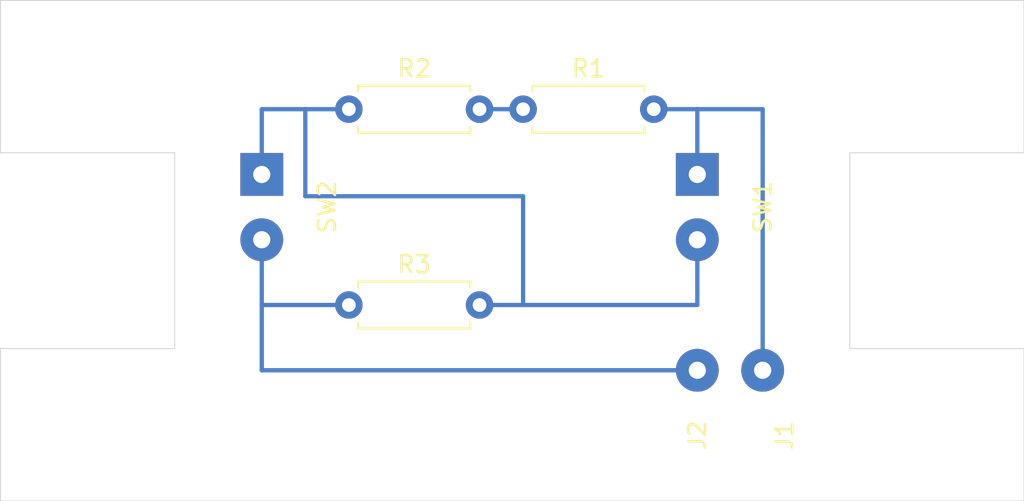
<source format=kicad_pcb>
(kicad_pcb (version 20171130) (host pcbnew 5.1.4+dfsg1-1~bpo10+1)

  (general
    (thickness 1.6)
    (drawings 13)
    (tracks 18)
    (zones 0)
    (modules 7)
    (nets 5)
  )

  (page A4)
  (layers
    (0 F.Cu signal)
    (31 B.Cu signal)
    (32 B.Adhes user)
    (33 F.Adhes user)
    (34 B.Paste user)
    (35 F.Paste user)
    (36 B.SilkS user)
    (37 F.SilkS user)
    (38 B.Mask user)
    (39 F.Mask user)
    (40 Dwgs.User user)
    (41 Cmts.User user)
    (42 Eco1.User user)
    (43 Eco2.User user)
    (44 Edge.Cuts user)
    (45 Margin user)
    (46 B.CrtYd user)
    (47 F.CrtYd user)
    (48 B.Fab user)
    (49 F.Fab user)
  )

  (setup
    (last_trace_width 0.25)
    (trace_clearance 0.2)
    (zone_clearance 0.508)
    (zone_45_only no)
    (trace_min 0.2)
    (via_size 0.8)
    (via_drill 0.4)
    (via_min_size 0.4)
    (via_min_drill 0.3)
    (uvia_size 0.3)
    (uvia_drill 0.1)
    (uvias_allowed no)
    (uvia_min_size 0.2)
    (uvia_min_drill 0.1)
    (edge_width 0.05)
    (segment_width 0.2)
    (pcb_text_width 0.3)
    (pcb_text_size 1.5 1.5)
    (mod_edge_width 0.12)
    (mod_text_size 1 1)
    (mod_text_width 0.15)
    (pad_size 1.524 1.524)
    (pad_drill 0.762)
    (pad_to_mask_clearance 0.051)
    (solder_mask_min_width 0.25)
    (aux_axis_origin 0 0)
    (visible_elements FFFFFF7F)
    (pcbplotparams
      (layerselection 0x010fc_ffffffff)
      (usegerberextensions false)
      (usegerberattributes false)
      (usegerberadvancedattributes false)
      (creategerberjobfile false)
      (excludeedgelayer true)
      (linewidth 0.100000)
      (plotframeref false)
      (viasonmask false)
      (mode 1)
      (useauxorigin false)
      (hpglpennumber 1)
      (hpglpenspeed 20)
      (hpglpendiameter 15.000000)
      (psnegative false)
      (psa4output false)
      (plotreference true)
      (plotvalue true)
      (plotinvisibletext false)
      (padsonsilk false)
      (subtractmaskfromsilk false)
      (outputformat 1)
      (mirror false)
      (drillshape 1)
      (scaleselection 1)
      (outputdirectory ""))
  )

  (net 0 "")
  (net 1 "Net-(R1-Pad1)")
  (net 2 +5V)
  (net 3 "Net-(R2-Pad1)")
  (net 4 GND)

  (net_class Default "This is the default net class."
    (clearance 0.2)
    (trace_width 0.25)
    (via_dia 0.8)
    (via_drill 0.4)
    (uvia_dia 0.3)
    (uvia_drill 0.1)
    (add_net +5V)
    (add_net GND)
    (add_net "Net-(R1-Pad1)")
    (add_net "Net-(R2-Pad1)")
  )

  (module Resistor_THT:R_Axial_DIN0207_L6.3mm_D2.5mm_P7.62mm_Horizontal (layer F.Cu) (tedit 5AE5139B) (tstamp 5DEE905D)
    (at 123.19 60.96)
    (descr "Resistor, Axial_DIN0207 series, Axial, Horizontal, pin pitch=7.62mm, 0.25W = 1/4W, length*diameter=6.3*2.5mm^2, http://cdn-reichelt.de/documents/datenblatt/B400/1_4W%23YAG.pdf")
    (tags "Resistor Axial_DIN0207 series Axial Horizontal pin pitch 7.62mm 0.25W = 1/4W length 6.3mm diameter 2.5mm")
    (path /5DED73BC)
    (fp_text reference R1 (at 3.81 -2.37) (layer F.SilkS)
      (effects (font (size 1 1) (thickness 0.15)))
    )
    (fp_text value 10K (at 3.81 2.37) (layer F.Fab)
      (effects (font (size 1 1) (thickness 0.15)))
    )
    (fp_line (start 0.66 -1.25) (end 0.66 1.25) (layer F.Fab) (width 0.1))
    (fp_line (start 0.66 1.25) (end 6.96 1.25) (layer F.Fab) (width 0.1))
    (fp_line (start 6.96 1.25) (end 6.96 -1.25) (layer F.Fab) (width 0.1))
    (fp_line (start 6.96 -1.25) (end 0.66 -1.25) (layer F.Fab) (width 0.1))
    (fp_line (start 0 0) (end 0.66 0) (layer F.Fab) (width 0.1))
    (fp_line (start 7.62 0) (end 6.96 0) (layer F.Fab) (width 0.1))
    (fp_line (start 0.54 -1.04) (end 0.54 -1.37) (layer F.SilkS) (width 0.12))
    (fp_line (start 0.54 -1.37) (end 7.08 -1.37) (layer F.SilkS) (width 0.12))
    (fp_line (start 7.08 -1.37) (end 7.08 -1.04) (layer F.SilkS) (width 0.12))
    (fp_line (start 0.54 1.04) (end 0.54 1.37) (layer F.SilkS) (width 0.12))
    (fp_line (start 0.54 1.37) (end 7.08 1.37) (layer F.SilkS) (width 0.12))
    (fp_line (start 7.08 1.37) (end 7.08 1.04) (layer F.SilkS) (width 0.12))
    (fp_line (start -1.05 -1.5) (end -1.05 1.5) (layer F.CrtYd) (width 0.05))
    (fp_line (start -1.05 1.5) (end 8.67 1.5) (layer F.CrtYd) (width 0.05))
    (fp_line (start 8.67 1.5) (end 8.67 -1.5) (layer F.CrtYd) (width 0.05))
    (fp_line (start 8.67 -1.5) (end -1.05 -1.5) (layer F.CrtYd) (width 0.05))
    (fp_text user %R (at 3.81 0) (layer F.Fab)
      (effects (font (size 1 1) (thickness 0.15)))
    )
    (pad 1 thru_hole circle (at 0 0) (size 1.6 1.6) (drill 0.8) (layers *.Cu *.Mask)
      (net 1 "Net-(R1-Pad1)"))
    (pad 2 thru_hole oval (at 7.62 0) (size 1.6 1.6) (drill 0.8) (layers *.Cu *.Mask)
      (net 2 +5V))
    (model ${KISYS3DMOD}/Resistor_THT.3dshapes/R_Axial_DIN0207_L6.3mm_D2.5mm_P7.62mm_Horizontal.wrl
      (at (xyz 0 0 0))
      (scale (xyz 1 1 1))
      (rotate (xyz 0 0 0))
    )
  )

  (module Resistor_THT:R_Axial_DIN0207_L6.3mm_D2.5mm_P7.62mm_Horizontal (layer F.Cu) (tedit 5AE5139B) (tstamp 5DEE9074)
    (at 113.03 60.96)
    (descr "Resistor, Axial_DIN0207 series, Axial, Horizontal, pin pitch=7.62mm, 0.25W = 1/4W, length*diameter=6.3*2.5mm^2, http://cdn-reichelt.de/documents/datenblatt/B400/1_4W%23YAG.pdf")
    (tags "Resistor Axial_DIN0207 series Axial Horizontal pin pitch 7.62mm 0.25W = 1/4W length 6.3mm diameter 2.5mm")
    (path /5DED86E5)
    (fp_text reference R2 (at 3.81 -2.37) (layer F.SilkS)
      (effects (font (size 1 1) (thickness 0.15)))
    )
    (fp_text value 10K (at 3.81 2.37) (layer F.Fab)
      (effects (font (size 1 1) (thickness 0.15)))
    )
    (fp_text user %R (at 3.81 0) (layer F.Fab)
      (effects (font (size 1 1) (thickness 0.15)))
    )
    (fp_line (start 8.67 -1.5) (end -1.05 -1.5) (layer F.CrtYd) (width 0.05))
    (fp_line (start 8.67 1.5) (end 8.67 -1.5) (layer F.CrtYd) (width 0.05))
    (fp_line (start -1.05 1.5) (end 8.67 1.5) (layer F.CrtYd) (width 0.05))
    (fp_line (start -1.05 -1.5) (end -1.05 1.5) (layer F.CrtYd) (width 0.05))
    (fp_line (start 7.08 1.37) (end 7.08 1.04) (layer F.SilkS) (width 0.12))
    (fp_line (start 0.54 1.37) (end 7.08 1.37) (layer F.SilkS) (width 0.12))
    (fp_line (start 0.54 1.04) (end 0.54 1.37) (layer F.SilkS) (width 0.12))
    (fp_line (start 7.08 -1.37) (end 7.08 -1.04) (layer F.SilkS) (width 0.12))
    (fp_line (start 0.54 -1.37) (end 7.08 -1.37) (layer F.SilkS) (width 0.12))
    (fp_line (start 0.54 -1.04) (end 0.54 -1.37) (layer F.SilkS) (width 0.12))
    (fp_line (start 7.62 0) (end 6.96 0) (layer F.Fab) (width 0.1))
    (fp_line (start 0 0) (end 0.66 0) (layer F.Fab) (width 0.1))
    (fp_line (start 6.96 -1.25) (end 0.66 -1.25) (layer F.Fab) (width 0.1))
    (fp_line (start 6.96 1.25) (end 6.96 -1.25) (layer F.Fab) (width 0.1))
    (fp_line (start 0.66 1.25) (end 6.96 1.25) (layer F.Fab) (width 0.1))
    (fp_line (start 0.66 -1.25) (end 0.66 1.25) (layer F.Fab) (width 0.1))
    (pad 2 thru_hole oval (at 7.62 0) (size 1.6 1.6) (drill 0.8) (layers *.Cu *.Mask)
      (net 1 "Net-(R1-Pad1)"))
    (pad 1 thru_hole circle (at 0 0) (size 1.6 1.6) (drill 0.8) (layers *.Cu *.Mask)
      (net 3 "Net-(R2-Pad1)"))
    (model ${KISYS3DMOD}/Resistor_THT.3dshapes/R_Axial_DIN0207_L6.3mm_D2.5mm_P7.62mm_Horizontal.wrl
      (at (xyz 0 0 0))
      (scale (xyz 1 1 1))
      (rotate (xyz 0 0 0))
    )
  )

  (module Resistor_THT:R_Axial_DIN0207_L6.3mm_D2.5mm_P7.62mm_Horizontal (layer F.Cu) (tedit 5AE5139B) (tstamp 5DEE908B)
    (at 113.03 72.39)
    (descr "Resistor, Axial_DIN0207 series, Axial, Horizontal, pin pitch=7.62mm, 0.25W = 1/4W, length*diameter=6.3*2.5mm^2, http://cdn-reichelt.de/documents/datenblatt/B400/1_4W%23YAG.pdf")
    (tags "Resistor Axial_DIN0207 series Axial Horizontal pin pitch 7.62mm 0.25W = 1/4W length 6.3mm diameter 2.5mm")
    (path /5DED8BE7)
    (fp_text reference R3 (at 3.81 -2.37) (layer F.SilkS)
      (effects (font (size 1 1) (thickness 0.15)))
    )
    (fp_text value 10K (at 3.81 2.37) (layer F.Fab)
      (effects (font (size 1 1) (thickness 0.15)))
    )
    (fp_line (start 0.66 -1.25) (end 0.66 1.25) (layer F.Fab) (width 0.1))
    (fp_line (start 0.66 1.25) (end 6.96 1.25) (layer F.Fab) (width 0.1))
    (fp_line (start 6.96 1.25) (end 6.96 -1.25) (layer F.Fab) (width 0.1))
    (fp_line (start 6.96 -1.25) (end 0.66 -1.25) (layer F.Fab) (width 0.1))
    (fp_line (start 0 0) (end 0.66 0) (layer F.Fab) (width 0.1))
    (fp_line (start 7.62 0) (end 6.96 0) (layer F.Fab) (width 0.1))
    (fp_line (start 0.54 -1.04) (end 0.54 -1.37) (layer F.SilkS) (width 0.12))
    (fp_line (start 0.54 -1.37) (end 7.08 -1.37) (layer F.SilkS) (width 0.12))
    (fp_line (start 7.08 -1.37) (end 7.08 -1.04) (layer F.SilkS) (width 0.12))
    (fp_line (start 0.54 1.04) (end 0.54 1.37) (layer F.SilkS) (width 0.12))
    (fp_line (start 0.54 1.37) (end 7.08 1.37) (layer F.SilkS) (width 0.12))
    (fp_line (start 7.08 1.37) (end 7.08 1.04) (layer F.SilkS) (width 0.12))
    (fp_line (start -1.05 -1.5) (end -1.05 1.5) (layer F.CrtYd) (width 0.05))
    (fp_line (start -1.05 1.5) (end 8.67 1.5) (layer F.CrtYd) (width 0.05))
    (fp_line (start 8.67 1.5) (end 8.67 -1.5) (layer F.CrtYd) (width 0.05))
    (fp_line (start 8.67 -1.5) (end -1.05 -1.5) (layer F.CrtYd) (width 0.05))
    (fp_text user %R (at 3.81 0) (layer F.Fab)
      (effects (font (size 1 1) (thickness 0.15)))
    )
    (pad 1 thru_hole circle (at 0 0) (size 1.6 1.6) (drill 0.8) (layers *.Cu *.Mask)
      (net 4 GND))
    (pad 2 thru_hole oval (at 7.62 0) (size 1.6 1.6) (drill 0.8) (layers *.Cu *.Mask)
      (net 3 "Net-(R2-Pad1)"))
    (model ${KISYS3DMOD}/Resistor_THT.3dshapes/R_Axial_DIN0207_L6.3mm_D2.5mm_P7.62mm_Horizontal.wrl
      (at (xyz 0 0 0))
      (scale (xyz 1 1 1))
      (rotate (xyz 0 0 0))
    )
  )

  (module Connector_Wire:SolderWirePad_1x02_P3.81mm_Drill1mm (layer F.Cu) (tedit 5AEE5F04) (tstamp 5DEE9096)
    (at 133.35 64.77 270)
    (descr "Wire solder connection")
    (tags connector)
    (path /5DEDADC4)
    (attr virtual)
    (fp_text reference SW1 (at 1.905 -3.81 90) (layer F.SilkS)
      (effects (font (size 1 1) (thickness 0.15)))
    )
    (fp_text value SW_Push (at 1.905 3.81 90) (layer F.Fab)
      (effects (font (size 1 1) (thickness 0.15)))
    )
    (fp_line (start 5.56 1.75) (end -1.74 1.75) (layer F.CrtYd) (width 0.05))
    (fp_line (start 5.56 1.75) (end 5.56 -1.75) (layer F.CrtYd) (width 0.05))
    (fp_line (start -1.74 -1.75) (end -1.74 1.75) (layer F.CrtYd) (width 0.05))
    (fp_line (start -1.74 -1.75) (end 5.56 -1.75) (layer F.CrtYd) (width 0.05))
    (fp_text user %R (at 1.905 0 90) (layer F.Fab)
      (effects (font (size 1 1) (thickness 0.15)))
    )
    (pad 2 thru_hole circle (at 3.81 0 270) (size 2.49936 2.49936) (drill 1.00076) (layers *.Cu *.Mask)
      (net 3 "Net-(R2-Pad1)"))
    (pad 1 thru_hole rect (at 0 0 270) (size 2.49936 2.49936) (drill 1.00076) (layers *.Cu *.Mask)
      (net 2 +5V))
  )

  (module Connector_Wire:SolderWirePad_1x02_P3.81mm_Drill1mm (layer F.Cu) (tedit 5AEE5F04) (tstamp 5DEE90A1)
    (at 107.95 64.77 270)
    (descr "Wire solder connection")
    (tags connector)
    (path /5DEE3BBA)
    (attr virtual)
    (fp_text reference SW2 (at 1.905 -3.81 90) (layer F.SilkS)
      (effects (font (size 1 1) (thickness 0.15)))
    )
    (fp_text value SW_Push (at 1.905 3.81 90) (layer F.Fab)
      (effects (font (size 1 1) (thickness 0.15)))
    )
    (fp_text user %R (at 1.905 0 90) (layer F.Fab)
      (effects (font (size 1 1) (thickness 0.15)))
    )
    (fp_line (start -1.74 -1.75) (end 5.56 -1.75) (layer F.CrtYd) (width 0.05))
    (fp_line (start -1.74 -1.75) (end -1.74 1.75) (layer F.CrtYd) (width 0.05))
    (fp_line (start 5.56 1.75) (end 5.56 -1.75) (layer F.CrtYd) (width 0.05))
    (fp_line (start 5.56 1.75) (end -1.74 1.75) (layer F.CrtYd) (width 0.05))
    (pad 1 thru_hole rect (at 0 0 270) (size 2.49936 2.49936) (drill 1.00076) (layers *.Cu *.Mask)
      (net 3 "Net-(R2-Pad1)"))
    (pad 2 thru_hole circle (at 3.81 0 270) (size 2.49936 2.49936) (drill 1.00076) (layers *.Cu *.Mask)
      (net 4 GND))
  )

  (module Connector_Wire:SolderWirePad_1x01_Drill1mm (layer F.Cu) (tedit 5AEE5EBE) (tstamp 5DEE9266)
    (at 137.16 76.2 90)
    (descr "Wire solder connection")
    (tags connector)
    (path /5DEEBFC9)
    (attr virtual)
    (fp_text reference J1 (at -3.81 1.27 90) (layer F.SilkS)
      (effects (font (size 1 1) (thickness 0.15)))
    )
    (fp_text value A0 (at -3.81 0 90) (layer F.Fab)
      (effects (font (size 1 1) (thickness 0.15)))
    )
    (fp_text user %R (at 0 0 90) (layer F.Fab)
      (effects (font (size 1 1) (thickness 0.15)))
    )
    (fp_line (start -1.75 -1.75) (end 1.75 -1.75) (layer F.CrtYd) (width 0.05))
    (fp_line (start -1.75 -1.75) (end -1.75 1.75) (layer F.CrtYd) (width 0.05))
    (fp_line (start 1.75 1.75) (end 1.75 -1.75) (layer F.CrtYd) (width 0.05))
    (fp_line (start 1.75 1.75) (end -1.75 1.75) (layer F.CrtYd) (width 0.05))
    (pad 1 thru_hole circle (at 0 0 90) (size 2.49936 2.49936) (drill 1.00076) (layers *.Cu *.Mask)
      (net 2 +5V))
  )

  (module Connector_Wire:SolderWirePad_1x01_Drill1mm (layer F.Cu) (tedit 5AEE5EBE) (tstamp 5DEE9270)
    (at 133.35 76.2 90)
    (descr "Wire solder connection")
    (tags connector)
    (path /5DEEE014)
    (attr virtual)
    (fp_text reference J2 (at -3.81 0 90) (layer F.SilkS)
      (effects (font (size 1 1) (thickness 0.15)))
    )
    (fp_text value GND (at -3.81 -1.27 90) (layer F.Fab)
      (effects (font (size 1 1) (thickness 0.15)))
    )
    (fp_line (start 1.75 1.75) (end -1.75 1.75) (layer F.CrtYd) (width 0.05))
    (fp_line (start 1.75 1.75) (end 1.75 -1.75) (layer F.CrtYd) (width 0.05))
    (fp_line (start -1.75 -1.75) (end -1.75 1.75) (layer F.CrtYd) (width 0.05))
    (fp_line (start -1.75 -1.75) (end 1.75 -1.75) (layer F.CrtYd) (width 0.05))
    (fp_text user %R (at 0 0 90) (layer F.Fab)
      (effects (font (size 1 1) (thickness 0.15)))
    )
    (pad 1 thru_hole circle (at 0 0 90) (size 2.49936 2.49936) (drill 1.00076) (layers *.Cu *.Mask)
      (net 4 GND))
  )

  (gr_line (start 92.71 63.5) (end 92.71 54.61) (layer Edge.Cuts) (width 0.05) (tstamp 5DEE9D1A))
  (gr_line (start 102.87 63.5) (end 92.71 63.5) (layer Edge.Cuts) (width 0.05))
  (gr_line (start 102.87 74.93) (end 102.87 63.5) (layer Edge.Cuts) (width 0.05))
  (gr_line (start 101.6 74.93) (end 102.87 74.93) (layer Edge.Cuts) (width 0.05))
  (gr_line (start 92.71 74.93) (end 101.6 74.93) (layer Edge.Cuts) (width 0.05))
  (gr_line (start 92.71 83.82) (end 92.71 74.93) (layer Edge.Cuts) (width 0.05))
  (gr_line (start 152.4 83.82) (end 92.71 83.82) (layer Edge.Cuts) (width 0.05))
  (gr_line (start 152.4 74.93) (end 152.4 83.82) (layer Edge.Cuts) (width 0.05))
  (gr_line (start 142.24 74.93) (end 152.4 74.93) (layer Edge.Cuts) (width 0.05))
  (gr_line (start 142.24 63.5) (end 142.24 74.93) (layer Edge.Cuts) (width 0.05))
  (gr_line (start 152.4 63.5) (end 142.24 63.5) (layer Edge.Cuts) (width 0.05))
  (gr_line (start 152.4 54.61) (end 152.4 63.5) (layer Edge.Cuts) (width 0.05))
  (gr_line (start 92.71 54.61) (end 152.4 54.61) (layer Edge.Cuts) (width 0.05))

  (segment (start 120.65 60.96) (end 123.19 60.96) (width 0.25) (layer B.Cu) (net 1))
  (segment (start 130.81 60.96) (end 133.35 60.96) (width 0.25) (layer B.Cu) (net 2))
  (segment (start 133.35 60.96) (end 133.35 64.77) (width 0.25) (layer B.Cu) (net 2))
  (segment (start 133.35 60.96) (end 137.16 60.96) (width 0.25) (layer B.Cu) (net 2))
  (segment (start 137.16 60.96) (end 137.16 76.2) (width 0.25) (layer B.Cu) (net 2))
  (segment (start 107.95 60.96) (end 107.95 64.77) (width 0.25) (layer B.Cu) (net 3))
  (segment (start 110.49 60.96) (end 110.49 66.04) (width 0.25) (layer B.Cu) (net 3))
  (segment (start 110.49 60.96) (end 107.95 60.96) (width 0.25) (layer B.Cu) (net 3))
  (segment (start 113.03 60.96) (end 110.49 60.96) (width 0.25) (layer B.Cu) (net 3))
  (segment (start 110.49 66.04) (end 123.19 66.04) (width 0.25) (layer B.Cu) (net 3))
  (segment (start 123.19 66.04) (end 123.19 72.39) (width 0.25) (layer B.Cu) (net 3))
  (segment (start 123.19 72.39) (end 120.65 72.39) (width 0.25) (layer B.Cu) (net 3))
  (segment (start 123.19 72.39) (end 133.35 72.39) (width 0.25) (layer B.Cu) (net 3))
  (segment (start 133.35 72.39) (end 133.35 68.58) (width 0.25) (layer B.Cu) (net 3))
  (segment (start 107.95 68.58) (end 107.95 72.39) (width 0.25) (layer B.Cu) (net 4))
  (segment (start 107.95 72.39) (end 113.03 72.39) (width 0.25) (layer B.Cu) (net 4))
  (segment (start 107.95 72.39) (end 107.95 76.2) (width 0.25) (layer B.Cu) (net 4))
  (segment (start 107.95 76.2) (end 133.35 76.2) (width 0.25) (layer B.Cu) (net 4))

)

</source>
